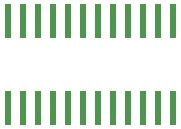
<source format=gbr>
G04 #@! TF.GenerationSoftware,KiCad,Pcbnew,(5.1.5)-3*
G04 #@! TF.CreationDate,2020-08-11T20:18:41+09:00*
G04 #@! TF.ProjectId,CPC-400 Audio&Video Board Mk.II,4350432d-3430-4302-9041-7564696f2656,rev?*
G04 #@! TF.SameCoordinates,Original*
G04 #@! TF.FileFunction,Paste,Top*
G04 #@! TF.FilePolarity,Positive*
%FSLAX46Y46*%
G04 Gerber Fmt 4.6, Leading zero omitted, Abs format (unit mm)*
G04 Created by KiCad (PCBNEW (5.1.5)-3) date 2020-08-11 20:18:41*
%MOMM*%
%LPD*%
G04 APERTURE LIST*
%ADD10R,0.600000X3.000000*%
G04 APERTURE END LIST*
D10*
X142015000Y-60600000D03*
X143285000Y-60600000D03*
X144555000Y-60600000D03*
X145825000Y-60600000D03*
X147095000Y-60600000D03*
X148365000Y-60600000D03*
X149635000Y-60600000D03*
X150905000Y-60600000D03*
X152175000Y-60600000D03*
X153445000Y-60600000D03*
X154715000Y-60600000D03*
X155985000Y-60600000D03*
X155985000Y-53200000D03*
X154715000Y-53200000D03*
X153445000Y-53200000D03*
X152175000Y-53200000D03*
X150905000Y-53200000D03*
X149635000Y-53200000D03*
X148365000Y-53200000D03*
X147095000Y-53200000D03*
X145825000Y-53200000D03*
X144555000Y-53200000D03*
X143285000Y-53200000D03*
X142015000Y-53200000D03*
M02*

</source>
